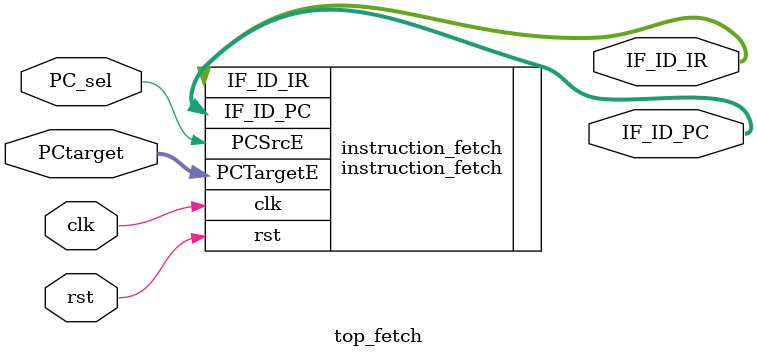
<source format=v>
module top_fetch (clk,rst,IF_ID_IR,IF_ID_PC,PC_sel,PCtarget);

//inputs
input clk,rst;
input PC_sel;
input [31:0] PCtarget;

//outputs
output [31:0] IF_ID_IR;
output [31:0] IF_ID_PC;

//instantiate
instruction_fetch instruction_fetch(.clk(clk),
                                    .rst(rst),
                                    .PCSrcE(PC_sel),
                                    .PCTargetE(PCtarget),
                                    .IF_ID_IR(IF_ID_IR),
                                    .IF_ID_PC(IF_ID_PC));

endmodule

</source>
